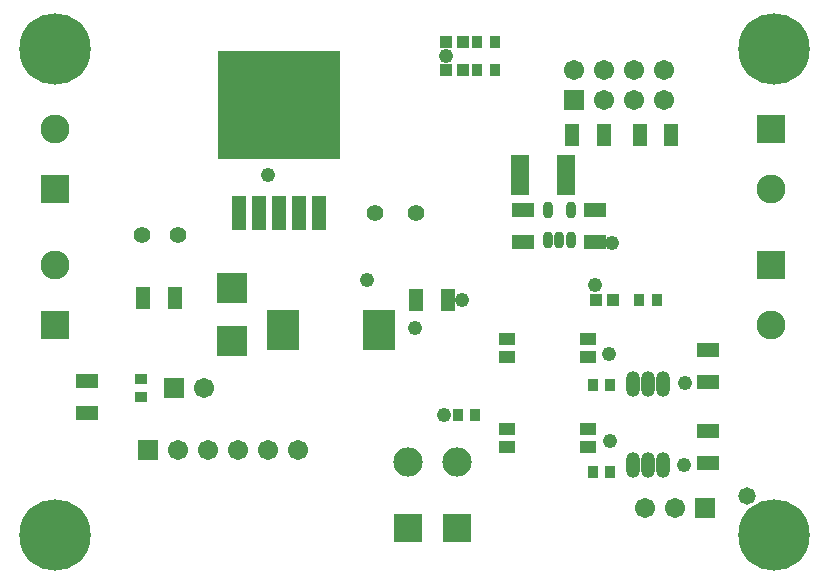
<source format=gts>
G04*
G04 #@! TF.GenerationSoftware,Altium Limited,Altium Designer,18.0.12 (696)*
G04*
G04 Layer_Color=8388736*
%FSLAX25Y25*%
%MOIN*%
G70*
G01*
G75*
%ADD26R,0.05328X0.04343*%
%ADD27R,0.07493X0.05131*%
%ADD28R,0.04343X0.03556*%
%ADD29R,0.03950X0.04343*%
%ADD30R,0.06100X0.13400*%
%ADD31R,0.40800X0.36000*%
%ADD32R,0.04800X0.11400*%
%ADD33R,0.03556X0.04343*%
%ADD34R,0.05131X0.07493*%
%ADD35R,0.10800X0.13800*%
G04:AMPARAMS|DCode=36|XSize=52.88mil|YSize=30.83mil|CornerRadius=9.71mil|HoleSize=0mil|Usage=FLASHONLY|Rotation=270.000|XOffset=0mil|YOffset=0mil|HoleType=Round|Shape=RoundedRectangle|*
%AMROUNDEDRECTD36*
21,1,0.05288,0.01141,0,0,270.0*
21,1,0.03347,0.03083,0,0,270.0*
1,1,0.01941,-0.00571,-0.01673*
1,1,0.01941,-0.00571,0.01673*
1,1,0.01941,0.00571,0.01673*
1,1,0.01941,0.00571,-0.01673*
%
%ADD36ROUNDEDRECTD36*%
%ADD37R,0.09855X0.09855*%
%ADD38C,0.09800*%
%ADD39R,0.09800X0.09800*%
%ADD40O,0.04737X0.08674*%
%ADD41O,0.04737X0.08674*%
%ADD42R,0.06706X0.06706*%
%ADD43C,0.06706*%
%ADD44C,0.09659*%
%ADD45R,0.09378X0.09378*%
%ADD46C,0.23800*%
%ADD47C,0.05524*%
%ADD48C,0.04800*%
%ADD49C,0.05800*%
D26*
X196500Y126000D02*
D03*
Y132000D02*
D03*
X169366D02*
D03*
Y126000D02*
D03*
X196567Y156000D02*
D03*
Y162000D02*
D03*
X169433D02*
D03*
Y156000D02*
D03*
D27*
X29500Y137185D02*
D03*
Y147815D02*
D03*
X236500Y120685D02*
D03*
Y131315D02*
D03*
Y147685D02*
D03*
Y158315D02*
D03*
X199000Y194185D02*
D03*
Y204815D02*
D03*
X175000D02*
D03*
Y194185D02*
D03*
D28*
X47500Y142547D02*
D03*
Y148453D02*
D03*
D29*
X149291Y251500D02*
D03*
X154803D02*
D03*
X149291Y261000D02*
D03*
X154803D02*
D03*
X199244Y175000D02*
D03*
X204756D02*
D03*
D30*
X173900Y216500D02*
D03*
X189100D02*
D03*
D31*
X93500Y240100D02*
D03*
D32*
X106900Y203900D02*
D03*
X100200D02*
D03*
X93500D02*
D03*
X86800D02*
D03*
X80100D02*
D03*
D33*
X158953Y136500D02*
D03*
X153047D02*
D03*
X198047Y117500D02*
D03*
X203953D02*
D03*
X198047Y146500D02*
D03*
X203953D02*
D03*
X219453Y175000D02*
D03*
X213547D02*
D03*
X165500Y261000D02*
D03*
X159595D02*
D03*
X165500Y251500D02*
D03*
X159595D02*
D03*
D34*
X213685Y230000D02*
D03*
X224315D02*
D03*
X201815D02*
D03*
X191185D02*
D03*
X48185Y175500D02*
D03*
X58815D02*
D03*
X139185Y175000D02*
D03*
X149815D02*
D03*
D35*
X127000Y165000D02*
D03*
X95000D02*
D03*
D36*
X183260Y204902D02*
D03*
X190740D02*
D03*
Y195098D02*
D03*
X187000D02*
D03*
X183260D02*
D03*
D37*
X78000Y161142D02*
D03*
Y178858D02*
D03*
D38*
X136465Y121012D02*
D03*
X153000D02*
D03*
D39*
X136465Y98965D02*
D03*
X153000D02*
D03*
D40*
X221500Y120000D02*
D03*
X211500D02*
D03*
X221500Y147000D02*
D03*
X211500D02*
D03*
D41*
X216500Y120000D02*
D03*
Y147000D02*
D03*
D42*
X192000Y241500D02*
D03*
X58500Y145500D02*
D03*
X50000Y125000D02*
D03*
X235500Y105500D02*
D03*
D43*
X192000Y251500D02*
D03*
X202000Y241500D02*
D03*
Y251500D02*
D03*
X212000Y241500D02*
D03*
Y251500D02*
D03*
X222000Y241500D02*
D03*
Y251500D02*
D03*
X68500Y145500D02*
D03*
X60000Y125000D02*
D03*
X70000D02*
D03*
X80000D02*
D03*
X90000D02*
D03*
X100000D02*
D03*
X225500Y105500D02*
D03*
X215500D02*
D03*
D44*
X19000Y186500D02*
D03*
Y232000D02*
D03*
X257500Y166500D02*
D03*
Y212000D02*
D03*
D45*
X19000Y166500D02*
D03*
Y212000D02*
D03*
X257500Y186500D02*
D03*
Y232000D02*
D03*
D46*
X19000Y258500D02*
D03*
X258500D02*
D03*
Y96500D02*
D03*
X19000D02*
D03*
D47*
X139279Y204000D02*
D03*
X125500D02*
D03*
X48000Y196626D02*
D03*
X59811D02*
D03*
D48*
X123000Y181500D02*
D03*
X203500Y157000D02*
D03*
X148500Y136500D02*
D03*
X199000Y180000D02*
D03*
X154500Y175000D02*
D03*
X204500Y194000D02*
D03*
X149291Y256250D02*
D03*
X139000Y165500D02*
D03*
X228500Y120000D02*
D03*
X229000Y147146D02*
D03*
X90000Y216500D02*
D03*
X204000Y128000D02*
D03*
D49*
X19000Y249500D02*
D03*
X10000Y258500D02*
D03*
X28000D02*
D03*
X19000Y267500D02*
D03*
X258500Y249500D02*
D03*
X249500Y258500D02*
D03*
X267500D02*
D03*
X258500Y267500D02*
D03*
Y87500D02*
D03*
X249500Y109500D02*
D03*
X267500Y96500D02*
D03*
X258500Y105500D02*
D03*
X19000Y87500D02*
D03*
X10000Y96500D02*
D03*
X28000D02*
D03*
X19000Y105500D02*
D03*
M02*

</source>
